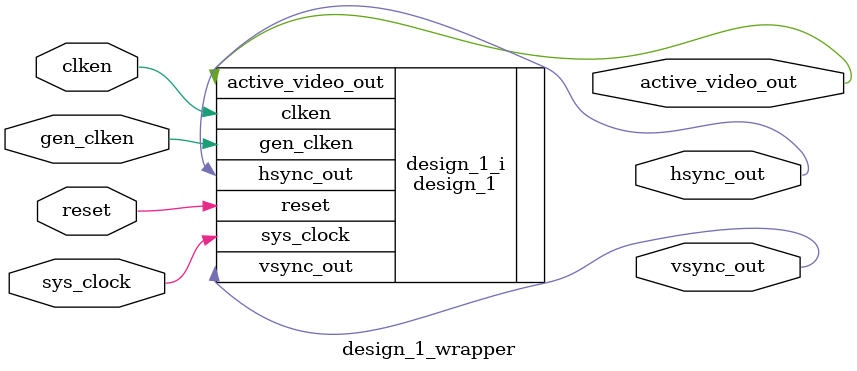
<source format=v>
`timescale 1 ps / 1 ps

module design_1_wrapper
   (active_video_out,
    clken,
    gen_clken,
    hsync_out,
    reset,
    sys_clock,
    vsync_out);
  output active_video_out;
  input clken;
  input gen_clken;
  output hsync_out;
  input reset;
  input sys_clock;
  output vsync_out;

  wire active_video_out;
  wire clken;
  wire gen_clken;
  wire hsync_out;
  wire reset;
  wire sys_clock;
  wire vsync_out;

  design_1 design_1_i
       (.active_video_out(active_video_out),
        .clken(clken),
        .gen_clken(gen_clken),
        .hsync_out(hsync_out),
        .reset(reset),
        .sys_clock(sys_clock),
        .vsync_out(vsync_out));
endmodule

</source>
